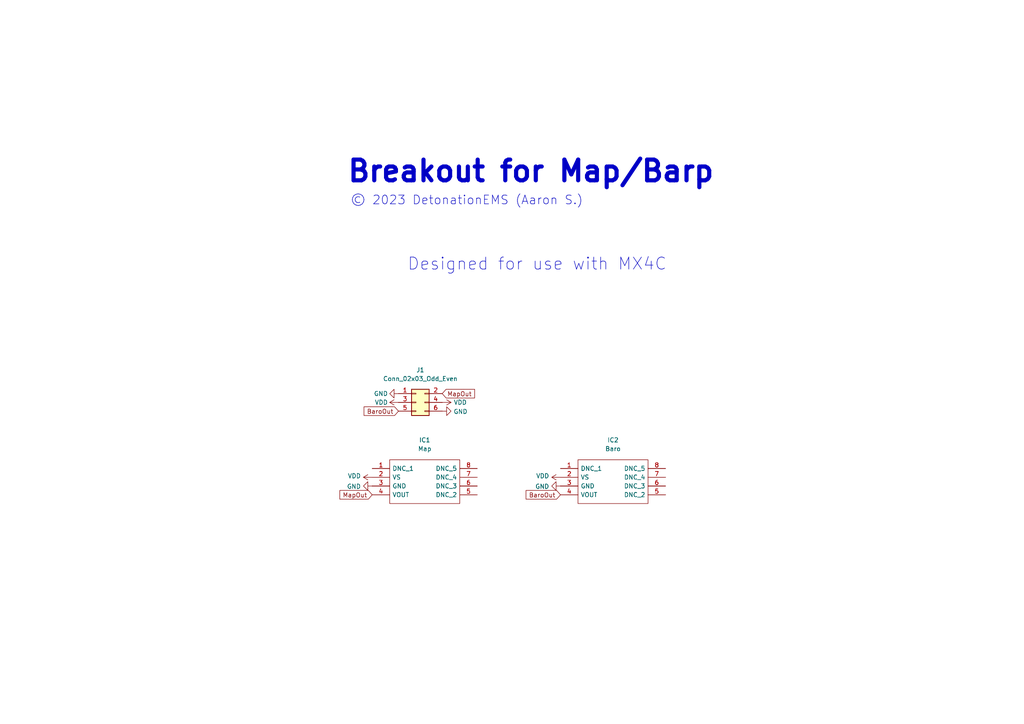
<source format=kicad_sch>
(kicad_sch (version 20230121) (generator eeschema)
  (paper "A4")
  (title_block (date "2023-06-15") (rev "A2"))
  (lib_symbols
    (symbol "Connector_Generic:Conn_02x03_Odd_Even" (pin_names (offset 1.016) hide)
      (property "Reference" "J" (at 1.27 5.08 0))
      (property "Value" "Conn_02x03_Odd_Even" (at 1.27 -5.08 0))
      (symbol "Conn_02x03_Odd_Even_1_1"
        (rectangle (start -1.27 -2.413) (end 0 -2.667) (stroke (width 0.1524)))
        (rectangle (start -1.27 0.127) (end 0 -0.127) (stroke (width 0.1524)))
        (rectangle (start -1.27 2.667) (end 0 2.413) (stroke (width 0.1524)))
        (rectangle (start -1.27 3.81) (end 3.81 -3.81) (stroke (width 0.254)) (fill (type background)))
        (rectangle (start 3.81 -2.413) (end 2.54 -2.667) (stroke (width 0.1524)))
        (rectangle (start 3.81 0.127) (end 2.54 -0.127) (stroke (width 0.1524)))
        (rectangle (start 3.81 2.667) (end 2.54 2.413) (stroke (width 0.1524)))
        (pin passive line (at -5.08 2.54 0) (length 3.81) (name "Pin_1") (number "1"))
        (pin passive line (at 7.62 2.54 180) (length 3.81) (name "Pin_2") (number "2"))
        (pin passive line (at -5.08 0 0) (length 3.81) (name "Pin_3") (number "3"))
        (pin passive line (at 7.62 0 180) (length 3.81) (name "Pin_4") (number "4"))
        (pin passive line (at -5.08 -2.54 0) (length 3.81) (name "Pin_5") (number "5"))
        (pin passive line (at 7.62 -2.54 180) (length 3.81) (name "Pin_6") (number "6"))
      )
    )
    (symbol "MPXH6250AC6U:MPXH6250AC6U" (pin_names (offset 0.762))
      (property "Reference" "IC" (at 26.67 7.62 0))
      (property "Value" "MPXH6250AC6U" (at 26.67 5.08 0))
      (symbol "MPXH6250AC6U_0_0"
        (pin passive line (at 0 0 0) (length 5.08) (name "DNC_1") (number "1"))
        (pin passive line (at 0 -2.54 0) (length 5.08) (name "VS") (number "2"))
        (pin passive line (at 0 -5.08 0) (length 5.08) (name "GND") (number "3"))
        (pin passive line (at 0 -7.62 0) (length 5.08) (name "VOUT") (number "4"))
        (pin passive line (at 30.48 -7.62 180) (length 5.08) (name "DNC_2") (number "5"))
        (pin passive line (at 30.48 -5.08 180) (length 5.08) (name "DNC_3") (number "6"))
        (pin passive line (at 30.48 -2.54 180) (length 5.08) (name "DNC_4") (number "7"))
        (pin passive line (at 30.48 0 180) (length 5.08) (name "DNC_5") (number "8"))
      )
      (symbol "MPXH6250AC6U_0_1"
        (polyline (pts (xy 5.08 2.54) (xy 25.4 2.54) (xy 25.4 -10.16) (xy 5.08 -10.16) (xy 5.08 2.54)) (stroke (width 0.1524)))
      )
    )
    (symbol "power:GND" (power) (pin_names (offset 0))
      (property "Value" "GND" (at 0 -3.81 0))
      (symbol "GND_0_1"
        (polyline (pts (xy 0 0) (xy 0 -1.27) (xy 1.27 -1.27) (xy 0 -2.54) (xy -1.27 -1.27) (xy 0 -1.27)))
      )
      (symbol "GND_1_1"
        (pin power_in line (at 0 0 270) (length 0) hide (name "GND") (number "1"))
      )
    )
    (symbol "power:VDD" (power) (pin_names (offset 0))
      (property "Value" "VDD" (at 0 3.81 0))
      (symbol "VDD_0_1"
        (polyline (pts (xy -0.762 1.27) (xy 0 2.54)))
        (polyline (pts (xy 0 0) (xy 0 2.54)))
        (polyline (pts (xy 0 2.54) (xy 0.762 1.27)))
      )
      (symbol "VDD_1_1"
        (pin power_in line (at 0 0 90) (length 0) hide (name "VDD") (number "1"))
      )
    )
  )
  (text "© 2023 DetonationEMS (Aaron S.)" (at 101.6 59.69 0) (effects (font (size 2.54 2.54)) (justify left bottom)))
  (text "Breakout for Map/Barp" (at 100.33 53.34 0) (effects (font (size 6 6) (thickness 1.2) bold) (justify left bottom)))
  (text "Designed for use with MX4C" (at 118.11 78.74 0) (effects (font (size 3.5 3.5)) (justify left bottom)))
  (global_label "BaroOut" (shape input) (at 162.56 143.51 180) (property "Intersheetrefs" "${INTERSHEET_REFS}" (effects hide)))
  (global_label "MapOut" (shape input) (at 128.27 114.173 0) (property "Intersheetrefs" "${INTERSHEET_REFS}" (effects hide)))
  (global_label "BaroOut" (shape input) (at 115.57 119.253 180) (property "Intersheetrefs" "${INTERSHEET_REFS}" (effects hide)))
  (global_label "MapOut" (shape input) (at 107.95 143.51 180) (property "Intersheetrefs" "${INTERSHEET_REFS}" (effects hide)))
  (symbol (lib_id "Connector_Generic:Conn_02x03_Odd_Even") (at 120.65 116.713 0) (unit 1)
    (property "Reference" "J1" (at 121.92 107.315 0))
    (property "Value" "Conn_02x03_Odd_Even" (at 121.92 109.855 0))
    (property "Footprint" "Connector_PinHeader_2.54mm:PinHeader_2x03_P2.54mm_Horizontal" (effects hide))
  )
  (symbol (lib_id "power:VDD") (at 128.27 116.713 270) (mirror x) (unit 1)
    (property "Reference" "#PWR0110" (effects hide))
    (property "Value" "VDD" (at 131.572 116.713 90) (effects (justify left)))
  )
  (symbol (lib_id "power:VDD") (at 115.57 116.713 90) (mirror x) (unit 1)
    (property "Reference" "#PWR0105" (effects hide))
    (property "Value" "VDD" (at 112.522 116.713 90) (effects (justify left)))
  )
  (symbol (lib_id "power:GND") (at 115.57 114.173 270) (mirror x) (unit 1)
    (property "Reference" "#PWR0101" (effects hide))
    (property "Value" "GND" (at 112.522 114.173 90) (effects (justify right)))
  )
  (symbol (lib_id "power:VDD") (at 107.95 138.43 90) (unit 1)
    (property "Reference" "#PWR0108" (effects hide))
    (property "Value" "VDD" (at 104.6988 138.049 90) (effects (justify left)))
  )
  (symbol (lib_id "power:GND") (at 128.27 119.253 90) (mirror x) (unit 1)
    (property "Reference" "#PWR0102" (effects hide))
    (property "Value" "GND" (at 131.5212 119.38 90) (effects (justify right)))
  )
  (symbol (lib_id "power:VDD") (at 162.56 138.43 90) (unit 1)
    (property "Reference" "#PWR0103" (effects hide))
    (property "Value" "VDD" (at 159.3088 138.049 90) (effects (justify left)))
  )
  (symbol (lib_id "power:GND") (at 107.95 140.97 270) (unit 1)
    (property "Reference" "#PWR0109" (effects hide))
    (property "Value" "GND" (at 104.6988 141.097 90) (effects (justify right)))
  )
  (symbol (lib_id "MPXH6250AC6U:MPXH6250AC6U") (at 162.56 135.89 0) (unit 1)
    (property "Reference" "IC2" (at 177.8 127.635 0))
    (property "Value" "Baro" (at 177.8 130.175 0))
    (property "Footprint" "Detonation:MPXH6250" (effects hide))
    (property "Datasheet" "https://www.nxp.com/docs/en/data-sheet/MPXH6250A.pdf" (effects hide))
  )
  (symbol (lib_id "power:GND") (at 162.56 140.97 270) (unit 1)
    (property "Reference" "#PWR0104" (effects hide))
    (property "Value" "GND" (at 159.3088 141.097 90) (effects (justify right)))
  )
  (symbol (lib_id "MPXH6250AC6U:MPXH6250AC6U") (at 107.95 135.89 0) (unit 1)
    (property "Reference" "IC1" (at 123.19 127.635 0))
    (property "Value" "Map" (at 123.19 130.175 0))
    (property "Footprint" "Detonation:MPXH6250" (effects hide))
    (property "Datasheet" "https://www.nxp.com/docs/en/data-sheet/MPXH6250A.pdf" (effects hide))
  )
)
</source>
